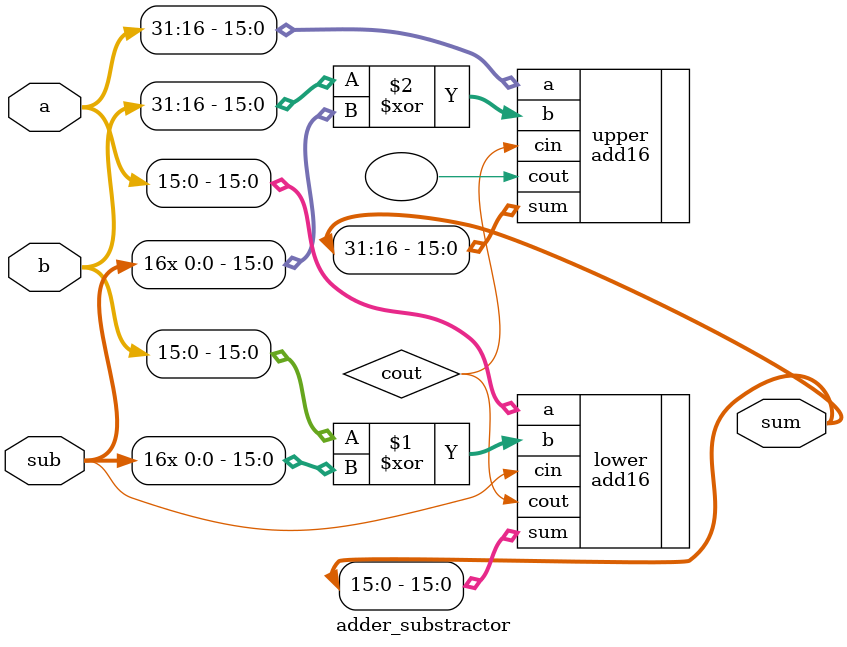
<source format=v>
module adder_substractor(
    input [31:0] a,
    input [31:0] b,
    input sub,
    output [31:0] sum
);
    wire cout;
    add16 lower(.sum(sum[15:0]),.cout(cout),.a(a[15:0]),.b(b[15:0] ^ {16{sub}}),.cin(sub));
    add16 upper(.sum(sum[31:16]),.cout(),.a(a[31:16]),.b(b[31:16] ^ {16{sub}}),.cin(cout));

endmodule

</source>
